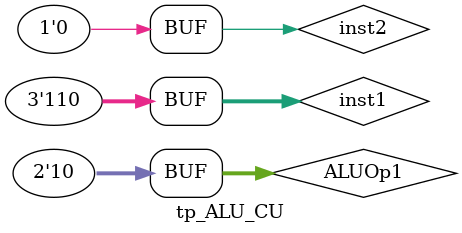
<source format=v>
`timescale 1ns / 1ps



module tp_ALU_CU(

    );
    
reg [14:12] inst1;
reg inst2;
reg [1:0] ALUOp1;
wire [3:0] ALU_selection;
    
ALU_C_U  ALUcu(inst1,inst2, ALUOp1, ALU_selection);
    
 initial begin
 
 ALUOp1=2'b00;
 inst1[14:12] =3'bX;
 inst2=1'bX;
 
 #100 
 
  ALUOp1=2'b01;
 inst1[14:12] =3'bX;
 inst2=1'bX;
 
 #100
  ALUOp1=2'b10;
 inst1[14:12] =3'b000;
 inst2=1'b0;
 
 #100
  ALUOp1=2'b10;
 inst1[14:12] =3'b000;
 inst2=1'b1;
 
 #100
  ALUOp1=2'b10;
 inst1[14:12] =3'b111;
 inst2=1'b0;
 
 #100
  ALUOp1=2'b10;
 inst1[14:12] =3'b110;
 inst2=1'b0;
 
 end
    
    
endmodule

</source>
